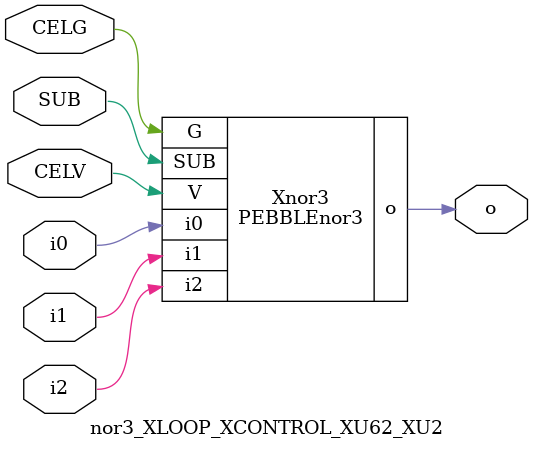
<source format=v>



module PEBBLEnor3 ( o, G, SUB, V, i0, i1, i2 );

  input i0;
  input V;
  input i2;
  input i1;
  input G;
  output o;
  input SUB;
endmodule

//Celera Confidential Do Not Copy nor3_XLOOP_XCONTROL_XU62_XU2
//Celera Confidential Symbol Generator
//NOR3
module nor3_XLOOP_XCONTROL_XU62_XU2 (CELV,CELG,i0,i1,i2,o,SUB);
input CELV;
input CELG;
input i0;
input i1;
input i2;
input SUB;
output o;

//Celera Confidential Do Not Copy nor3
PEBBLEnor3 Xnor3(
.V (CELV),
.i0 (i0),
.i1 (i1),
.i2 (i2),
.o (o),
.SUB (SUB),
.G (CELG)
);
//,diesize,PEBBLEnor3

//Celera Confidential Do Not Copy Module End
//Celera Schematic Generator
endmodule

</source>
